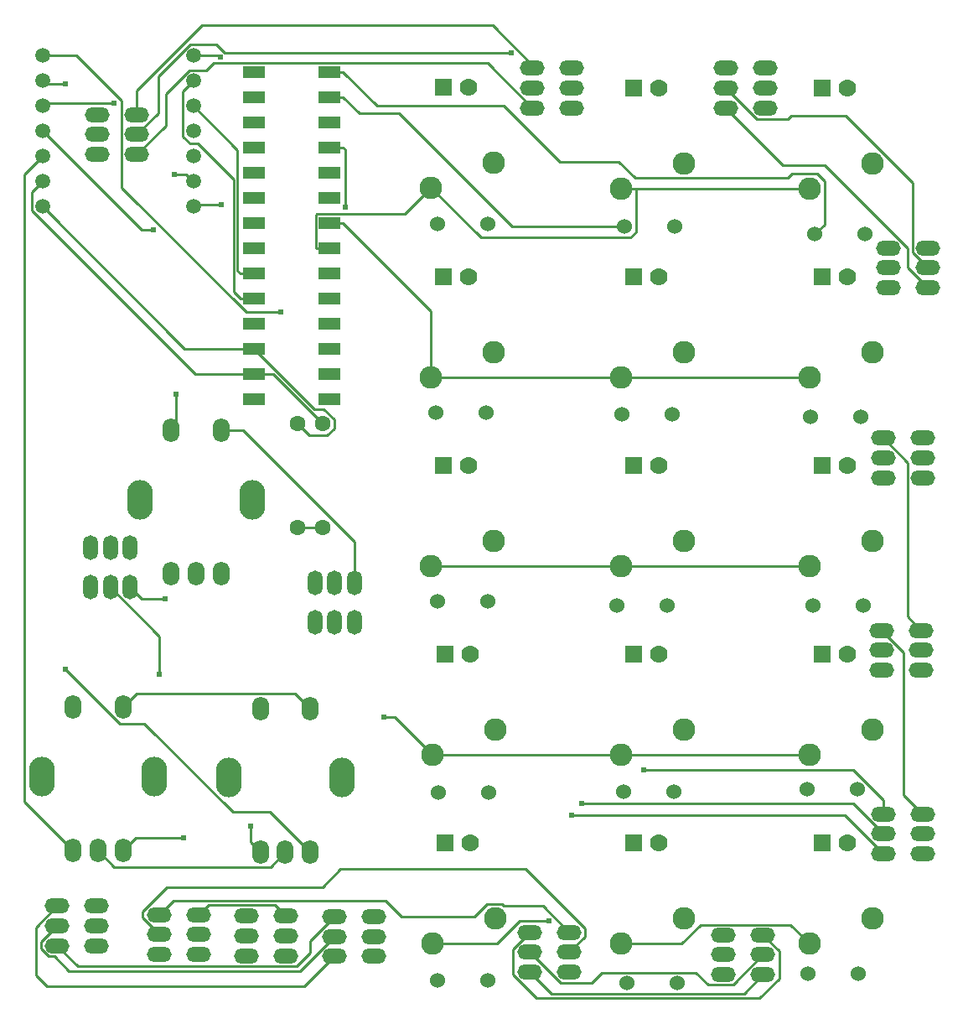
<source format=gbl>
G04 Layer: BottomLayer*
G04 EasyEDA v6.5.46, 2024-10-06 11:37:13*
G04 ab947d6f174c44c6bcda00e1859507e9,10*
G04 Gerber Generator version 0.2*
G04 Scale: 100 percent, Rotated: No, Reflected: No *
G04 Dimensions in millimeters *
G04 leading zeros omitted , absolute positions ,4 integer and 5 decimal *
%FSLAX45Y45*%
%MOMM*%

%ADD10C,0.2540*%
%ADD11O,2.4999949999999997X1.499997*%
%ADD12O,1.499997X2.4999949999999997*%
%ADD13C,1.6000*%
%ADD14C,1.5240*%
%ADD15C,1.4999*%
%ADD16O,1.6999966X2.3999952*%
%ADD17O,2.5999948X3.9999919999999998*%
%ADD18R,2.1819X1.2116*%
%ADD19C,1.7780*%
%ADD20R,1.7780X1.7780*%
%ADD21C,2.2860*%
%ADD22C,0.6100*%
%ADD23C,0.0102*%

%LPD*%
D10*
X9417103Y4489503D02*
G01*
X9029804Y4876802D01*
X6273802Y4876802D01*
X9417103Y4689502D02*
G01*
X9110195Y4996411D01*
X6372075Y4996411D01*
X9417103Y4889502D02*
G01*
X9417103Y5036390D01*
X9114081Y5339412D01*
X7000318Y5339412D01*
X9804402Y6743702D02*
G01*
X9664042Y6884062D01*
X9664042Y8439863D01*
X9417103Y8686802D01*
X1485902Y4520110D02*
G01*
X1649986Y4356026D01*
X3226818Y4356026D01*
X3378202Y4507410D01*
X1735914Y5970094D02*
G01*
X1873862Y6108042D01*
X3477567Y6108042D01*
X3628214Y5957394D01*
X3384501Y3860802D02*
G01*
X3270989Y3974315D01*
X2602715Y3974315D01*
X2501902Y3873502D01*
X4851402Y7391402D02*
G01*
X6769102Y7391402D01*
X6769102Y7391402D02*
G01*
X8674102Y7391402D01*
X6769102Y9296402D02*
G01*
X8674102Y9296402D01*
X6769102Y9296402D02*
G01*
X4851402Y9296402D01*
X4851402Y9296402D02*
G01*
X4851402Y9966810D01*
X3959710Y10858502D01*
X3822702Y10858502D02*
G01*
X3959710Y10858502D01*
X3685694Y10604502D02*
G01*
X3685517Y10604680D01*
X3685517Y10939782D01*
X3692908Y10947173D01*
X4584473Y10947173D01*
X4851402Y11214102D01*
X3822702Y10604502D02*
G01*
X3685694Y10604502D01*
X6917311Y11201402D02*
G01*
X6917311Y10768103D01*
X6863514Y10714306D01*
X5351198Y10714306D01*
X4851402Y11214102D01*
X8674102Y11201402D02*
G01*
X6917311Y11201402D01*
X6917311Y11201402D02*
G01*
X6769102Y11201402D01*
X3959710Y12382502D02*
G01*
X4302381Y12039831D01*
X5585741Y12039831D01*
X6147462Y11478110D01*
X6746394Y11478110D01*
X6911494Y11313010D01*
X8453605Y11313010D01*
X8494880Y11354285D01*
X8751877Y11354285D01*
X8824521Y11281641D01*
X8824521Y10843821D01*
X8724902Y10744202D01*
X3822702Y12382502D02*
G01*
X3959710Y12382502D01*
X6807202Y10820402D02*
G01*
X5664583Y10820402D01*
X4521812Y11963173D01*
X4125038Y11963173D01*
X3959710Y12128502D01*
X3822702Y12128502D02*
G01*
X3959710Y12128502D01*
X3060702Y9334502D02*
G01*
X3255495Y9334502D01*
X3759202Y8830795D01*
X927102Y11277602D02*
G01*
X818390Y11168890D01*
X818390Y10981438D01*
X2465326Y9334502D01*
X2923694Y9334502D01*
X3060702Y9334502D02*
G01*
X2923694Y9334502D01*
X2451102Y12039602D02*
G01*
X2895373Y11595331D01*
X2895373Y10378823D01*
X2923694Y10350502D01*
X3060702Y10350502D02*
G01*
X2923694Y10350502D01*
X3759202Y7780784D02*
G01*
X3505202Y7780784D01*
X927102Y11023602D02*
G01*
X2362202Y9588502D01*
X3045564Y9588502D01*
X3045564Y9588502D02*
G01*
X3060702Y9588502D01*
X3045564Y9588502D02*
G01*
X3059178Y9588502D01*
X3667914Y8979766D01*
X3767533Y8979766D01*
X3871241Y8876057D01*
X3871241Y8784414D01*
X3800985Y8714158D01*
X3621839Y8714158D01*
X3505202Y8830795D01*
X1879602Y11550703D02*
G01*
X2172210Y11843311D01*
X2172210Y12161725D01*
X2407338Y12396853D01*
X2579245Y12396853D01*
X2654531Y12472139D01*
X5422267Y12472139D01*
X5873803Y12020603D01*
X5873803Y12420602D02*
G01*
X5873803Y12448517D01*
X5470273Y12852046D01*
X2536421Y12852046D01*
X1879602Y12195228D01*
X1879602Y11950702D01*
X1073203Y3562403D02*
G01*
X1283616Y3351989D01*
X3491918Y3351989D01*
X3632202Y3492273D01*
X3632202Y3613101D01*
X3873502Y3854401D01*
X1073203Y3762402D02*
G01*
X908839Y3598039D01*
X908839Y3531008D01*
X986284Y3453564D01*
X1042545Y3453564D01*
X1187173Y3308936D01*
X3528037Y3308936D01*
X3873502Y3654402D01*
X1073203Y3962402D02*
G01*
X858395Y3747594D01*
X858395Y3259584D01*
X967386Y3150593D01*
X3569693Y3150593D01*
X3873502Y3454402D01*
X7829603Y12020603D02*
G01*
X8405091Y11445115D01*
X8829499Y11445115D01*
X9667902Y10606712D01*
X9667902Y10404502D01*
X9867902Y10204503D01*
X9817102Y4889502D02*
G01*
X9623249Y5083355D01*
X9623249Y6524856D01*
X9404403Y6743702D01*
X8204202Y3270303D02*
G01*
X8011035Y3077136D01*
X6066970Y3077136D01*
X5848403Y3295703D01*
X8204202Y3470302D02*
G01*
X7901104Y3167204D01*
X7648221Y3167204D01*
X7523406Y3292020D01*
X6577510Y3292020D01*
X6473319Y3187829D01*
X6156276Y3187829D01*
X5848403Y3495702D01*
X8204202Y3670302D02*
G01*
X8367092Y3507412D01*
X8367092Y3230653D01*
X8167067Y3030628D01*
X5917643Y3030628D01*
X5678121Y3270150D01*
X5678121Y3525420D01*
X5848403Y3695702D01*
X6248402Y3495702D02*
G01*
X6403291Y3650592D01*
X6403291Y3740000D01*
X5807712Y4335579D01*
X3935554Y4335579D01*
X3754859Y4154883D01*
X2180160Y4154883D01*
X1932078Y3906801D01*
X1932078Y3843327D01*
X2101903Y3673502D01*
X6248402Y3695702D02*
G01*
X5977816Y3966288D01*
X5583786Y3966288D01*
X5566463Y3983611D01*
X5416450Y3983611D01*
X5288104Y3855265D01*
X4551860Y3855265D01*
X4391814Y4015310D01*
X2243711Y4015310D01*
X2101903Y3873502D01*
X9867902Y10404502D02*
G01*
X9714867Y10557537D01*
X9714867Y11265232D01*
X9035620Y11944479D01*
X8489749Y11944479D01*
X8453020Y11907751D01*
X8142455Y11907751D01*
X7829603Y12220602D01*
X4076702Y7226302D02*
G01*
X4076702Y7641998D01*
X2954606Y8764094D01*
X2726514Y8764094D01*
X2923694Y10096502D02*
G01*
X2854581Y10165615D01*
X2854581Y11293629D01*
X2489608Y11658602D01*
X2418793Y11658602D01*
X2344676Y11732719D01*
X2344676Y12187176D01*
X2451102Y12293602D01*
X3060702Y10096502D02*
G01*
X2923694Y10096502D01*
X1809701Y7181903D02*
G01*
X1927481Y7064123D01*
X2164057Y7064123D01*
X1609702Y7181903D02*
G01*
X2105484Y6686120D01*
X2105484Y6298897D01*
X927102Y11785602D02*
G01*
X1922096Y10790608D01*
X2048080Y10790608D01*
X1735914Y4520110D02*
G01*
X1865556Y4649751D01*
X2351483Y4649751D01*
X1235915Y4520110D02*
G01*
X739752Y5016273D01*
X739752Y11344252D01*
X927102Y11531602D01*
X927102Y12293602D02*
G01*
X956668Y12264036D01*
X1154864Y12264036D01*
X3628214Y4507410D02*
G01*
X3225675Y4909949D01*
X2847393Y4909949D01*
X1955421Y5801921D01*
X1705968Y5801921D01*
X1154864Y6353025D01*
X5663135Y12576279D02*
G01*
X2762049Y12576279D01*
X2680870Y12657457D01*
X2415136Y12657457D01*
X2096442Y12338763D01*
X2096442Y11967542D01*
X1879602Y11750702D01*
X927102Y12547602D02*
G01*
X1269596Y12547602D01*
X1726516Y12090681D01*
X1726516Y11216566D01*
X2986686Y9956396D01*
X3330196Y9956396D01*
X2451102Y12547602D02*
G01*
X2707871Y12547602D01*
X2724762Y12530711D01*
X2226515Y8764094D02*
G01*
X2274623Y8812202D01*
X2274623Y9134096D01*
X2255954Y11350322D02*
G01*
X2378382Y11350322D01*
X2451102Y11277602D01*
X2729765Y11045751D02*
G01*
X2473251Y11045751D01*
X2451102Y11023602D01*
X3128215Y4507410D02*
G01*
X3024380Y4611245D01*
X3024380Y4767404D01*
X927102Y12039602D02*
G01*
X956769Y12069269D01*
X1649453Y12069269D01*
X4864102Y5486402D02*
G01*
X4482467Y5868037D01*
X4374568Y5868037D01*
X6769102Y5486402D02*
G01*
X4864102Y5486402D01*
X8674102Y5486402D02*
G01*
X6769102Y5486402D01*
X8674102Y3581402D02*
G01*
X8481037Y3774467D01*
X7571412Y3774467D01*
X7378346Y3581402D01*
X6769102Y3581402D01*
X4864102Y3581402D02*
G01*
X5517238Y3581402D01*
X5748886Y3813050D01*
X6044491Y3813050D01*
X3959710Y11620502D02*
G01*
X3980030Y11600182D01*
X3980030Y11021316D01*
X3822702Y11620502D02*
G01*
X3959710Y11620502D01*
D11*
G01*
X2984500Y3860800D03*
G01*
X2984500Y3660800D03*
G01*
X2984500Y3460800D03*
G01*
X3384499Y3860800D03*
G01*
X3384499Y3660800D03*
G01*
X3384499Y3460800D03*
G01*
X2501900Y3873500D03*
G01*
X2501900Y3673500D03*
G01*
X2501900Y3473500D03*
G01*
X2101900Y3873500D03*
G01*
X2101900Y3673500D03*
G01*
X2101900Y3473500D03*
G01*
X6248400Y3695700D03*
G01*
X6248400Y3495700D03*
G01*
X6248400Y3295700D03*
G01*
X5848400Y3695700D03*
G01*
X5848400Y3495700D03*
G01*
X5848400Y3295700D03*
G01*
X8204200Y3670300D03*
G01*
X8204200Y3470300D03*
G01*
X8204200Y3270300D03*
G01*
X7804200Y3670300D03*
G01*
X7804200Y3470300D03*
G01*
X7804200Y3270300D03*
G01*
X9817100Y4889500D03*
G01*
X9817100Y4689500D03*
G01*
X9817100Y4489500D03*
G01*
X9417100Y4889500D03*
G01*
X9417100Y4689500D03*
G01*
X9417100Y4489500D03*
G01*
X9804400Y6743700D03*
G01*
X9804400Y6543700D03*
G01*
X9804400Y6343700D03*
G01*
X9404400Y6743700D03*
G01*
X9404400Y6543700D03*
G01*
X9404400Y6343700D03*
G01*
X9817100Y8686800D03*
G01*
X9817100Y8486800D03*
G01*
X9817100Y8286800D03*
G01*
X9417100Y8686800D03*
G01*
X9417100Y8486800D03*
G01*
X9417100Y8286800D03*
G01*
X9867900Y10604500D03*
G01*
X9867900Y10404500D03*
G01*
X9867900Y10204500D03*
G01*
X9467900Y10604500D03*
G01*
X9467900Y10404500D03*
G01*
X9467900Y10204500D03*
G01*
X8229600Y12420600D03*
G01*
X8229600Y12220600D03*
G01*
X8229600Y12020600D03*
G01*
X7829600Y12420600D03*
G01*
X7829600Y12220600D03*
G01*
X7829600Y12020600D03*
G01*
X3873500Y3454400D03*
G01*
X3873500Y3654399D03*
G01*
X3873500Y3854399D03*
G01*
X4273499Y3454400D03*
G01*
X4273499Y3654399D03*
G01*
X4273499Y3854399D03*
G01*
X1473200Y3962400D03*
G01*
X1473200Y3762400D03*
G01*
X1473200Y3562400D03*
G01*
X1073200Y3962400D03*
G01*
X1073200Y3762400D03*
G01*
X1073200Y3562400D03*
D12*
G01*
X1409700Y7581900D03*
G01*
X1609699Y7581900D03*
G01*
X1809699Y7581900D03*
G01*
X1409700Y7181900D03*
G01*
X1609699Y7181900D03*
G01*
X1809699Y7181900D03*
D11*
G01*
X1879600Y11950700D03*
G01*
X1879600Y11750700D03*
G01*
X1879600Y11550700D03*
G01*
X1479600Y11950700D03*
G01*
X1479600Y11750700D03*
G01*
X1479600Y11550700D03*
G01*
X6273800Y12420600D03*
G01*
X6273800Y12220600D03*
G01*
X6273800Y12020600D03*
G01*
X5873800Y12420600D03*
G01*
X5873800Y12220600D03*
G01*
X5873800Y12020600D03*
D12*
G01*
X4076700Y7226300D03*
G01*
X3876700Y7226300D03*
G01*
X3676700Y7226300D03*
G01*
X4076700Y6826300D03*
G01*
X3876700Y6826300D03*
G01*
X3676700Y6826300D03*
D13*
G01*
X3505200Y8830792D03*
G01*
X3505200Y7780781D03*
G01*
X3759200Y8830792D03*
G01*
X3759200Y7780781D03*
D14*
G01*
X4914900Y3213100D03*
G01*
X5422900Y3213100D03*
G01*
X6832600Y3187700D03*
G01*
X7340600Y3187700D03*
G01*
X8661400Y3276600D03*
G01*
X9169400Y3276600D03*
G01*
X8648700Y5143500D03*
G01*
X9156700Y5143500D03*
G01*
X6794500Y5118100D03*
G01*
X7302500Y5118100D03*
G01*
X4927600Y5105400D03*
G01*
X5435600Y5105400D03*
G01*
X4914900Y7035800D03*
G01*
X5422900Y7035800D03*
G01*
X6731000Y6997700D03*
G01*
X7239000Y6997700D03*
G01*
X8712200Y6997700D03*
G01*
X9220200Y6997700D03*
G01*
X9194800Y8902700D03*
G01*
X8686800Y8902700D03*
G01*
X6781800Y8928100D03*
G01*
X7289800Y8928100D03*
G01*
X4902200Y8940800D03*
G01*
X5410200Y8940800D03*
G01*
X4914900Y10845800D03*
G01*
X5422900Y10845800D03*
G01*
X6807200Y10820400D03*
G01*
X7315200Y10820400D03*
G01*
X8724900Y10744200D03*
G01*
X9232900Y10744200D03*
D15*
G01*
X927100Y12547600D03*
G01*
X2451100Y11277600D03*
G01*
X2451100Y11531600D03*
G01*
X2451100Y11785600D03*
G01*
X2451100Y12039600D03*
G01*
X2451100Y12293600D03*
G01*
X2451100Y12547600D03*
G01*
X2451100Y11023600D03*
G01*
X927100Y12293600D03*
G01*
X927100Y12039600D03*
G01*
X927100Y11785600D03*
G01*
X927100Y11531600D03*
G01*
X927100Y11277600D03*
G01*
X927100Y11023600D03*
D16*
G01*
X3128213Y5957392D03*
G01*
X3628212Y5957392D03*
G01*
X3128213Y4507407D03*
G01*
X3378200Y4507407D03*
G01*
X3628212Y4507407D03*
D17*
G01*
X2808198Y5257393D03*
G01*
X3948201Y5257393D03*
D16*
G01*
X1235913Y5970092D03*
G01*
X1735912Y5970092D03*
G01*
X1235913Y4520107D03*
G01*
X1485900Y4520107D03*
G01*
X1735912Y4520107D03*
D17*
G01*
X915898Y5270093D03*
G01*
X2055901Y5270093D03*
D18*
G01*
X3060700Y12382500D03*
G01*
X3060700Y12128500D03*
G01*
X3060700Y11874500D03*
G01*
X3060700Y11620500D03*
G01*
X3060700Y11366500D03*
G01*
X3060700Y11112500D03*
G01*
X3060700Y10858500D03*
G01*
X3060700Y10604500D03*
G01*
X3060700Y10350500D03*
G01*
X3060700Y10096500D03*
G01*
X3060700Y9842500D03*
G01*
X3060700Y9588500D03*
G01*
X3060700Y9334500D03*
G01*
X3060700Y9080500D03*
G01*
X3822700Y9080500D03*
G01*
X3822700Y9334500D03*
G01*
X3822700Y9588500D03*
G01*
X3822700Y9842500D03*
G01*
X3822700Y10096500D03*
G01*
X3822700Y10350500D03*
G01*
X3822700Y10604500D03*
G01*
X3822700Y10858500D03*
G01*
X3822700Y11112500D03*
G01*
X3822700Y11366500D03*
G01*
X3822700Y11620500D03*
G01*
X3822700Y11874500D03*
G01*
X3822700Y12128500D03*
G01*
X3822700Y12382500D03*
D16*
G01*
X2226513Y8764092D03*
G01*
X2726512Y8764092D03*
G01*
X2226513Y7314107D03*
G01*
X2476500Y7314107D03*
G01*
X2726512Y7314107D03*
D17*
G01*
X1906498Y8064093D03*
G01*
X3046501Y8064093D03*
D19*
G01*
X5232400Y12230100D03*
D20*
G01*
X4978400Y12230100D03*
D21*
G01*
X5486400Y11468100D03*
G01*
X4851400Y11214100D03*
D19*
G01*
X7150100Y12217400D03*
D20*
G01*
X6896100Y12217400D03*
D21*
G01*
X7404100Y11455400D03*
G01*
X6769100Y11201400D03*
D19*
G01*
X9055100Y10312400D03*
D20*
G01*
X8801100Y10312400D03*
D21*
G01*
X9309100Y9550400D03*
G01*
X8674100Y9296400D03*
D19*
G01*
X9055100Y12217400D03*
D20*
G01*
X8801100Y12217400D03*
D21*
G01*
X9309100Y11455400D03*
G01*
X8674100Y11201400D03*
D19*
G01*
X7150100Y10312400D03*
D20*
G01*
X6896100Y10312400D03*
D21*
G01*
X7404100Y9550400D03*
G01*
X6769100Y9296400D03*
D19*
G01*
X5232400Y10312400D03*
D20*
G01*
X4978400Y10312400D03*
D21*
G01*
X5486400Y9550400D03*
G01*
X4851400Y9296400D03*
D19*
G01*
X9055100Y8407400D03*
D20*
G01*
X8801100Y8407400D03*
D21*
G01*
X9309100Y7645400D03*
G01*
X8674100Y7391400D03*
D19*
G01*
X7150100Y8407400D03*
D20*
G01*
X6896100Y8407400D03*
D21*
G01*
X7404100Y7645400D03*
G01*
X6769100Y7391400D03*
D19*
G01*
X5232400Y8407400D03*
D20*
G01*
X4978400Y8407400D03*
D21*
G01*
X5486400Y7645400D03*
G01*
X4851400Y7391400D03*
D19*
G01*
X9055100Y6502400D03*
D20*
G01*
X8801100Y6502400D03*
D21*
G01*
X9309100Y5740400D03*
G01*
X8674100Y5486400D03*
D19*
G01*
X7150100Y6502400D03*
D20*
G01*
X6896100Y6502400D03*
D21*
G01*
X7404100Y5740400D03*
G01*
X6769100Y5486400D03*
D19*
G01*
X5245100Y6502400D03*
D20*
G01*
X4991100Y6502400D03*
D21*
G01*
X5499100Y5740400D03*
G01*
X4864100Y5486400D03*
D19*
G01*
X5245100Y4597400D03*
D20*
G01*
X4991100Y4597400D03*
D21*
G01*
X5499100Y3835400D03*
G01*
X4864100Y3581400D03*
D19*
G01*
X7150100Y4597400D03*
D20*
G01*
X6896100Y4597400D03*
D21*
G01*
X7404100Y3835400D03*
G01*
X6769100Y3581400D03*
D19*
G01*
X9055100Y4597400D03*
D20*
G01*
X8801100Y4597400D03*
D21*
G01*
X9309100Y3835400D03*
G01*
X8674100Y3581400D03*
D22*
G01*
X3980030Y11021316D03*
G01*
X6044491Y3813050D03*
G01*
X4374568Y5868037D03*
G01*
X1649453Y12069269D03*
G01*
X3024380Y4767404D03*
G01*
X2729765Y11045751D03*
G01*
X2255954Y11350322D03*
G01*
X2274623Y9134096D03*
G01*
X2724762Y12530711D03*
G01*
X3330196Y9956396D03*
G01*
X5663135Y12576279D03*
G01*
X1154864Y12264036D03*
G01*
X1154864Y6353025D03*
G01*
X2351483Y4649751D03*
G01*
X2048080Y10790608D03*
G01*
X2105484Y6298897D03*
G01*
X2164057Y7064123D03*
G01*
X7000318Y5339412D03*
G01*
X6372075Y4996411D03*
G01*
X6273802Y4876802D03*
M02*

</source>
